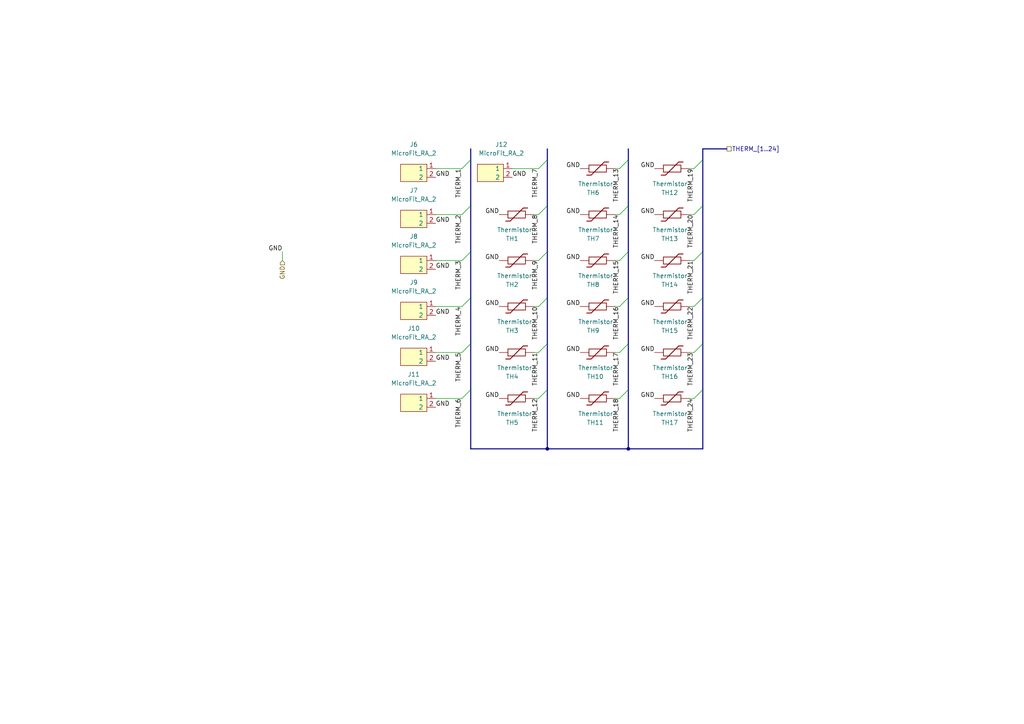
<source format=kicad_sch>
(kicad_sch (version 20230121) (generator eeschema)
  (paper "A4")
  (lib_symbols
    (symbol "MicroFit_RA_2_1" (pin_names (offset 1.016))
      (property "Reference" "J" (at -2.54 1.27 0))
      (property "Value" "MicroFit_RA_2_1" (at 0 -3.81 0))
      (symbol "MicroFit_RA_2_1_1_1"
        (rectangle (start 3.81 -2.54) (end -3.81 2.54) (fill (type background)))
        (pin bidirectional line (at 6.35 1.27 180) (length 2.54) (name "1") (number "1"))
        (pin bidirectional line (at 6.35 -1.27 180) (length 2.54) (name "2") (number "2"))
      )
    )
    (symbol "MicroFit_RA_2_2" (pin_names (offset 1.016))
      (property "Reference" "J" (at -2.54 1.27 0))
      (property "Value" "MicroFit_RA_2_2" (at 0 -3.81 0))
      (symbol "MicroFit_RA_2_2_1_1"
        (rectangle (start 3.81 -2.54) (end -3.81 2.54) (fill (type background)))
        (pin bidirectional line (at 6.35 1.27 180) (length 2.54) (name "1") (number "1"))
        (pin bidirectional line (at 6.35 -1.27 180) (length 2.54) (name "2") (number "2"))
      )
    )
    (symbol "MicroFit_RA_2_3" (pin_names (offset 1.016))
      (property "Reference" "J" (at -2.54 1.27 0))
      (property "Value" "MicroFit_RA_2_3" (at 0 -3.81 0))
      (symbol "MicroFit_RA_2_3_1_1"
        (rectangle (start 3.81 -2.54) (end -3.81 2.54) (fill (type background)))
        (pin bidirectional line (at 6.35 1.27 180) (length 2.54) (name "1") (number "1"))
        (pin bidirectional line (at 6.35 -1.27 180) (length 2.54) (name "2") (number "2"))
      )
    )
    (symbol "MicroFit_RA_2_4" (pin_names (offset 1.016))
      (property "Reference" "J" (at -2.54 1.27 0))
      (property "Value" "MicroFit_RA_2_4" (at 0 -3.81 0))
      (symbol "MicroFit_RA_2_4_1_1"
        (rectangle (start 3.81 -2.54) (end -3.81 2.54) (fill (type background)))
        (pin bidirectional line (at 6.35 1.27 180) (length 2.54) (name "1") (number "1"))
        (pin bidirectional line (at 6.35 -1.27 180) (length 2.54) (name "2") (number "2"))
      )
    )
    (symbol "MicroFit_RA_2_5" (pin_names (offset 1.016))
      (property "Reference" "J" (at -2.54 1.27 0))
      (property "Value" "MicroFit_RA_2_5" (at 0 -3.81 0))
      (symbol "MicroFit_RA_2_5_1_1"
        (rectangle (start 3.81 -2.54) (end -3.81 2.54) (fill (type background)))
        (pin bidirectional line (at 6.35 1.27 180) (length 2.54) (name "1") (number "1"))
        (pin bidirectional line (at 6.35 -1.27 180) (length 2.54) (name "2") (number "2"))
      )
    )
    (symbol "MicroFit_RA_2_6" (pin_names (offset 1.016))
      (property "Reference" "J" (at -2.54 1.27 0))
      (property "Value" "MicroFit_RA_2_6" (at 0 -3.81 0))
      (symbol "MicroFit_RA_2_6_1_1"
        (rectangle (start 3.81 -2.54) (end -3.81 2.54) (fill (type background)))
        (pin bidirectional line (at 6.35 1.27 180) (length 2.54) (name "1") (number "1"))
        (pin bidirectional line (at 6.35 -1.27 180) (length 2.54) (name "2") (number "2"))
      )
    )
    (symbol "OEM:MicroFit_RA_2" (pin_names (offset 1.016))
      (property "Reference" "J" (at -2.54 1.27 0))
      (property "Value" "MicroFit_RA_2" (at 0 -3.81 0))
      (symbol "MicroFit_RA_2_1_1"
        (rectangle (start 3.81 -2.54) (end -3.81 2.54) (fill (type background)))
        (pin bidirectional line (at 6.35 1.27 180) (length 2.54) (name "1") (number "1"))
        (pin bidirectional line (at 6.35 -1.27 180) (length 2.54) (name "2") (number "2"))
      )
    )
    (symbol "OEM:Thermistor_100K" (pin_numbers hide) (pin_names (offset 0))
      (property "Reference" "TH" (at 2.54 1.27 90))
      (property "Value" "Thermistor_100K" (at -2.54 0 90))
      (symbol "Thermistor_100K_0_1"
        (rectangle (start -1.016 2.54) (end 1.016 -2.54) (stroke (width 0.2032)))
        (polyline (pts (xy -1.905 3.175) (xy -1.905 1.905) (xy 1.905 -1.905) (xy 1.905 -3.175) (xy 1.905 -3.175)) (stroke (width 0.254)))
      )
      (symbol "Thermistor_100K_1_1"
        (pin passive line (at 0 5.08 270) (length 2.54) (name "~") (number "1"))
        (pin passive line (at 0 -5.08 90) (length 2.54) (name "~") (number "2"))
      )
    )
  )
  (junction (at 158.75 130.175))
  (junction (at 182.245 130.175))
  (bus_entry (at 201.295 102.235) (size 2.54 -2.54))
  (bus_entry (at 156.21 62.23) (size 2.54 -2.54))
  (bus_entry (at 133.985 88.9) (size 2.54 -2.54))
  (bus_entry (at 156.21 48.895) (size 2.54 -2.54))
  (bus_entry (at 201.295 62.23) (size 2.54 -2.54))
  (bus_entry (at 156.21 88.9) (size 2.54 -2.54))
  (bus_entry (at 133.985 102.235) (size 2.54 -2.54))
  (bus_entry (at 133.985 75.565) (size 2.54 -2.54))
  (bus_entry (at 201.295 75.565) (size 2.54 -2.54))
  (bus_entry (at 201.295 48.895) (size 2.54 -2.54))
  (bus_entry (at 179.705 48.895) (size 2.54 -2.54))
  (bus_entry (at 133.985 48.895) (size 2.54 -2.54))
  (bus_entry (at 156.21 75.565) (size 2.54 -2.54))
  (bus_entry (at 179.705 88.9) (size 2.54 -2.54))
  (bus_entry (at 201.295 115.57) (size 2.54 -2.54))
  (bus_entry (at 179.705 75.565) (size 2.54 -2.54))
  (bus_entry (at 201.295 88.9) (size 2.54 -2.54))
  (bus_entry (at 179.705 62.23) (size 2.54 -2.54))
  (bus_entry (at 133.985 115.57) (size 2.54 -2.54))
  (bus_entry (at 133.985 62.23) (size 2.54 -2.54))
  (bus_entry (at 156.21 115.57) (size 2.54 -2.54))
  (bus_entry (at 179.705 115.57) (size 2.54 -2.54))
  (bus_entry (at 156.21 102.235) (size 2.54 -2.54))
  (bus_entry (at 179.705 102.235) (size 2.54 -2.54))
  (wire (pts (xy 201.295 115.57) (xy 200.025 115.57)))
  (bus (pts (xy 182.245 43.18) (xy 182.245 46.355)))
  (bus (pts (xy 136.525 86.36) (xy 136.525 99.695)))
  (wire (pts (xy 179.705 115.57) (xy 178.435 115.57)))
  (wire (pts (xy 179.705 88.9) (xy 178.435 88.9)))
  (wire (pts (xy 156.21 62.23) (xy 154.94 62.23)))
  (wire (pts (xy 156.21 115.57) (xy 154.94 115.57)))
  (wire (pts (xy 156.21 75.565) (xy 154.94 75.565)))
  (bus (pts (xy 182.245 59.69) (xy 182.245 73.025)))
  (wire (pts (xy 126.365 48.895) (xy 133.985 48.895)))
  (bus (pts (xy 203.835 86.36) (xy 203.835 99.695)))
  (bus (pts (xy 182.245 86.36) (xy 182.245 99.695)))
  (bus (pts (xy 182.245 130.175) (xy 203.835 130.175)))
  (wire (pts (xy 179.705 102.235) (xy 178.435 102.235)))
  (wire (pts (xy 148.59 48.895) (xy 156.21 48.895)))
  (wire (pts (xy 156.21 88.9) (xy 154.94 88.9)))
  (bus (pts (xy 136.525 130.175) (xy 158.75 130.175)))
  (bus (pts (xy 158.75 86.36) (xy 158.75 99.695)))
  (wire (pts (xy 201.295 62.23) (xy 200.025 62.23)))
  (bus (pts (xy 136.525 73.025) (xy 136.525 86.36)))
  (wire (pts (xy 126.365 62.23) (xy 133.985 62.23)))
  (bus (pts (xy 203.835 113.03) (xy 203.835 130.175)))
  (wire (pts (xy 201.295 48.895) (xy 200.025 48.895)))
  (bus (pts (xy 136.525 99.695) (xy 136.525 113.03)))
  (wire (pts (xy 126.365 115.57) (xy 133.985 115.57)))
  (bus (pts (xy 203.835 43.18) (xy 210.82 43.18)))
  (bus (pts (xy 182.245 113.03) (xy 182.245 130.175)))
  (bus (pts (xy 203.835 59.69) (xy 203.835 73.025)))
  (bus (pts (xy 203.835 99.695) (xy 203.835 113.03)))
  (bus (pts (xy 203.835 73.025) (xy 203.835 86.36)))
  (wire (pts (xy 201.295 102.235) (xy 200.025 102.235)))
  (wire (pts (xy 126.365 88.9) (xy 133.985 88.9)))
  (bus (pts (xy 158.75 130.175) (xy 182.245 130.175)))
  (bus (pts (xy 158.75 113.03) (xy 158.75 130.175)))
  (bus (pts (xy 203.835 46.355) (xy 203.835 59.69)))
  (bus (pts (xy 136.525 43.18) (xy 136.525 46.355)))
  (bus (pts (xy 203.835 43.18) (xy 203.835 46.355)))
  (bus (pts (xy 158.75 59.69) (xy 158.75 73.025)))
  (bus (pts (xy 136.525 46.355) (xy 136.525 59.69)))
  (bus (pts (xy 182.245 73.025) (xy 182.245 86.36)))
  (wire (pts (xy 179.705 75.565) (xy 178.435 75.565)))
  (wire (pts (xy 179.705 62.23) (xy 178.435 62.23)))
  (wire (pts (xy 201.295 75.565) (xy 200.025 75.565)))
  (bus (pts (xy 158.75 46.355) (xy 158.75 59.69)))
  (bus (pts (xy 158.75 43.18) (xy 158.75 46.355)))
  (bus (pts (xy 136.525 113.03) (xy 136.525 130.175)))
  (bus (pts (xy 182.245 99.695) (xy 182.245 113.03)))
  (wire (pts (xy 81.915 73.025) (xy 81.915 75.565)))
  (wire (pts (xy 126.365 102.235) (xy 133.985 102.235)))
  (wire (pts (xy 126.365 75.565) (xy 133.985 75.565)))
  (bus (pts (xy 136.525 59.69) (xy 136.525 73.025)))
  (bus (pts (xy 158.75 99.695) (xy 158.75 113.03)))
  (wire (pts (xy 201.295 88.9) (xy 200.025 88.9)))
  (bus (pts (xy 182.245 46.355) (xy 182.245 59.69)))
  (wire (pts (xy 156.21 102.235) (xy 154.94 102.235)))
  (wire (pts (xy 179.705 48.895) (xy 178.435 48.895)))
  (bus (pts (xy 158.75 73.025) (xy 158.75 86.36)))
  (label "GND" (at 189.865 75.565 180))
  (label "THERM_20" (at 201.295 62.23 270))
  (label "THERM_21" (at 201.295 75.565 270))
  (label "THERM_3" (at 133.985 75.565 270))
  (label "GND" (at 126.365 118.11 0))
  (label "THERM_19" (at 201.295 48.895 270))
  (label "GND" (at 144.78 88.9 180))
  (label "THERM_11" (at 156.21 102.235 270))
  (label "GND" (at 189.865 115.57 180))
  (label "GND" (at 168.275 88.9 180))
  (label "THERM_12" (at 156.21 115.57 270))
  (label "THERM_18" (at 179.705 115.57 270))
  (label "THERM_7" (at 156.21 48.895 270))
  (label "THERM_14" (at 179.705 62.23 270))
  (label "THERM_24" (at 201.295 115.57 270))
  (label "GND" (at 126.365 78.105 0))
  (label "GND" (at 189.865 62.23 180))
  (label "THERM_8" (at 156.21 62.23 270))
  (label "THERM_2" (at 133.985 62.23 270))
  (label "GND" (at 144.78 75.565 180))
  (label "GND" (at 168.275 62.23 180))
  (label "GND" (at 144.78 115.57 180))
  (label "THERM_1" (at 133.985 48.895 270))
  (label "GND" (at 126.365 64.77 0))
  (label "GND" (at 126.365 104.775 0))
  (label "THERM_5" (at 133.985 102.235 270))
  (label "GND" (at 168.275 48.895 180))
  (label "GND" (at 81.915 73.025 180))
  (label "THERM_10" (at 156.21 88.9 270))
  (label "GND" (at 168.275 102.235 180))
  (label "GND" (at 168.275 115.57 180))
  (label "GND" (at 189.865 88.9 180))
  (label "THERM_9" (at 156.21 75.565 270))
  (label "THERM_22" (at 201.295 88.9 270))
  (label "GND" (at 189.865 48.895 180))
  (label "THERM_16" (at 179.705 88.9 270))
  (label "THERM_6" (at 133.985 115.57 270))
  (label "GND" (at 168.275 75.565 180))
  (label "THERM_23" (at 201.295 102.235 270))
  (label "GND" (at 126.365 91.44 0))
  (label "GND" (at 144.78 102.235 180))
  (label "GND" (at 189.865 102.235 180))
  (label "THERM_4" (at 133.985 88.9 270))
  (label "GND" (at 148.59 51.435 0))
  (label "THERM_17" (at 179.705 102.235 270))
  (label "GND" (at 126.365 51.435 0))
  (label "THERM_13" (at 179.705 48.895 270))
  (label "GND" (at 144.78 62.23 180))
  (label "THERM_15" (at 179.705 75.565 270))
  (hierarchical_label "THERM_[1..24]" (shape passive) (at 210.82 43.18 0))
  (hierarchical_label "GND" (shape input) (at 81.915 75.565 270))
  (symbol (lib_id "OEM:Thermistor_100K") (at 149.86 115.57 270) (unit 1)
    (property "Reference" "TH5" (at 146.685 122.555 90) (effects (justify left)))
    (property "Value" "Thermistor" (at 144.1451 120.015 90) (effects (justify left)))
    (property "Footprint" "OEM:R_0603" (effects hide))
    (property "Datasheet" "https://www.ohmite.com/assets/docs/res_tx.pdf?r=false" (effects hide))
    (property "MPN" "273-TX06F104F4100ERDKR-ND" (effects hide))
    (property "MFN" "Ohmite" (effects hide))
    (property "DKPN" "TX06F104F4100ER" (effects hide))
    (property "Package" "0603" (effects hide))
    (property "NewDesigns" "YES" (effects hide))
    (property "Stocked" "Digi-Reel" (effects hide))
    (property "Style" "SMD" (effects hide))
  )
  (symbol (lib_id "OEM:Thermistor_100K") (at 173.355 115.57 270) (unit 1)
    (property "Reference" "TH11" (at 170.18 122.555 90) (effects (justify left)))
    (property "Value" "Thermistor" (at 167.6401 120.015 90) (effects (justify left)))
    (property "Footprint" "OEM:R_0603" (effects hide))
    (property "Datasheet" "https://www.ohmite.com/assets/docs/res_tx.pdf?r=false" (effects hide))
    (property "MPN" "273-TX06F104F4100ERDKR-ND" (effects hide))
    (property "MFN" "Ohmite" (effects hide))
    (property "DKPN" "TX06F104F4100ER" (effects hide))
    (property "Package" "0603" (effects hide))
    (property "NewDesigns" "YES" (effects hide))
    (property "Stocked" "Digi-Reel" (effects hide))
    (property "Style" "SMD" (effects hide))
  )
  (symbol (lib_name "MicroFit_RA_2_5") (lib_id "OEM:MicroFit_RA_2") (at 120.015 76.835 0) (unit 1)
    (property "Reference" "J8" (at 120.015 68.58 0))
    (property "Value" "MicroFit_RA_2" (at 120.015 71.12 0))
    (property "Footprint" "footprints:MicroFit_RA_2" (effects hide))
    (property "Datasheet" "https://www.molex.com/pdm_docs/sd/436500201_sd.pdf" (effects hide))
    (property "MFN" "Molex" (effects hide))
    (property "MPN" "0436500201" (effects hide))
    (property "DKPN" "WM1865-ND" (effects hide))
    (property "NewDesigns" "YES" (effects hide))
    (property "Stocked" "Tray" (effects hide))
    (property "Package" "Custom" (effects hide))
    (property "Style" "THT" (effects hide))
    (property "MatesWith" "0436450200" (effects hide))
  )
  (symbol (lib_id "OEM:Thermistor_100K") (at 194.945 48.895 270) (unit 1)
    (property "Reference" "TH12" (at 191.77 55.88 90) (effects (justify left)))
    (property "Value" "Thermistor" (at 189.2301 53.34 90) (effects (justify left)))
    (property "Footprint" "OEM:R_0603" (effects hide))
    (property "Datasheet" "https://www.ohmite.com/assets/docs/res_tx.pdf?r=false" (effects hide))
    (property "MPN" "273-TX06F104F4100ERDKR-ND" (effects hide))
    (property "MFN" "Ohmite" (effects hide))
    (property "DKPN" "TX06F104F4100ER" (effects hide))
    (property "Package" "0603" (effects hide))
    (property "NewDesigns" "YES" (effects hide))
    (property "Stocked" "Digi-Reel" (effects hide))
    (property "Style" "SMD" (effects hide))
  )
  (symbol (lib_id "OEM:Thermistor_100K") (at 194.945 75.565 270) (unit 1)
    (property "Reference" "TH14" (at 191.77 82.55 90) (effects (justify left)))
    (property "Value" "Thermistor" (at 189.2301 80.01 90) (effects (justify left)))
    (property "Footprint" "OEM:R_0603" (effects hide))
    (property "Datasheet" "https://www.ohmite.com/assets/docs/res_tx.pdf?r=false" (effects hide))
    (property "MPN" "273-TX06F104F4100ERDKR-ND" (effects hide))
    (property "MFN" "Ohmite" (effects hide))
    (property "DKPN" "TX06F104F4100ER" (effects hide))
    (property "Package" "0603" (effects hide))
    (property "NewDesigns" "YES" (effects hide))
    (property "Stocked" "Digi-Reel" (effects hide))
    (property "Style" "SMD" (effects hide))
  )
  (symbol (lib_name "MicroFit_RA_2_4") (lib_id "OEM:MicroFit_RA_2") (at 120.015 50.165 0) (unit 1)
    (property "Reference" "J6" (at 120.015 41.91 0))
    (property "Value" "MicroFit_RA_2" (at 120.015 44.45 0))
    (property "Footprint" "footprints:MicroFit_RA_2" (effects hide))
    (property "Datasheet" "https://www.molex.com/pdm_docs/sd/436500201_sd.pdf" (effects hide))
    (property "MFN" "Molex" (effects hide))
    (property "MPN" "0436500201" (effects hide))
    (property "DKPN" "WM1865-ND" (effects hide))
    (property "NewDesigns" "YES" (effects hide))
    (property "Stocked" "Tray" (effects hide))
    (property "Package" "Custom" (effects hide))
    (property "Style" "THT" (effects hide))
    (property "MatesWith" "0436450200" (effects hide))
  )
  (symbol (lib_id "OEM:Thermistor_100K") (at 173.355 88.9 270) (unit 1)
    (property "Reference" "TH9" (at 170.18 95.885 90) (effects (justify left)))
    (property "Value" "Thermistor" (at 167.6401 93.345 90) (effects (justify left)))
    (property "Footprint" "OEM:R_0603" (effects hide))
    (property "Datasheet" "https://www.ohmite.com/assets/docs/res_tx.pdf?r=false" (effects hide))
    (property "MPN" "273-TX06F104F4100ERDKR-ND" (effects hide))
    (property "MFN" "Ohmite" (effects hide))
    (property "DKPN" "TX06F104F4100ER" (effects hide))
    (property "Package" "0603" (effects hide))
    (property "NewDesigns" "YES" (effects hide))
    (property "Stocked" "Digi-Reel" (effects hide))
    (property "Style" "SMD" (effects hide))
  )
  (symbol (lib_id "OEM:Thermistor_100K") (at 173.355 102.235 270) (unit 1)
    (property "Reference" "TH10" (at 170.18 109.22 90) (effects (justify left)))
    (property "Value" "Thermistor" (at 167.6401 106.68 90) (effects (justify left)))
    (property "Footprint" "OEM:R_0603" (effects hide))
    (property "Datasheet" "https://www.ohmite.com/assets/docs/res_tx.pdf?r=false" (effects hide))
    (property "MPN" "273-TX06F104F4100ERDKR-ND" (effects hide))
    (property "MFN" "Ohmite" (effects hide))
    (property "DKPN" "TX06F104F4100ER" (effects hide))
    (property "Package" "0603" (effects hide))
    (property "NewDesigns" "YES" (effects hide))
    (property "Stocked" "Digi-Reel" (effects hide))
    (property "Style" "SMD" (effects hide))
  )
  (symbol (lib_name "MicroFit_RA_2_1") (lib_id "OEM:MicroFit_RA_2") (at 120.015 116.84 0) (unit 1)
    (property "Reference" "J11" (at 120.015 108.585 0))
    (property "Value" "MicroFit_RA_2" (at 120.015 111.125 0))
    (property "Footprint" "footprints:MicroFit_RA_2" (effects hide))
    (property "Datasheet" "https://www.molex.com/pdm_docs/sd/436500201_sd.pdf" (effects hide))
    (property "MFN" "Molex" (effects hide))
    (property "MPN" "0436500201" (effects hide))
    (property "DKPN" "WM1865-ND" (effects hide))
    (property "NewDesigns" "YES" (effects hide))
    (property "Stocked" "Tray" (effects hide))
    (property "Package" "Custom" (effects hide))
    (property "Style" "THT" (effects hide))
    (property "MatesWith" "0436450200" (effects hide))
  )
  (symbol (lib_name "MicroFit_RA_2_3") (lib_id "OEM:MicroFit_RA_2") (at 120.015 90.17 0) (unit 1)
    (property "Reference" "J9" (at 120.015 81.915 0))
    (property "Value" "MicroFit_RA_2" (at 120.015 84.455 0))
    (property "Footprint" "footprints:MicroFit_RA_2" (effects hide))
    (property "Datasheet" "https://www.molex.com/pdm_docs/sd/436500201_sd.pdf" (effects hide))
    (property "MFN" "Molex" (effects hide))
    (property "MPN" "0436500201" (effects hide))
    (property "DKPN" "WM1865-ND" (effects hide))
    (property "NewDesigns" "YES" (effects hide))
    (property "Stocked" "Tray" (effects hide))
    (property "Package" "Custom" (effects hide))
    (property "Style" "THT" (effects hide))
    (property "MatesWith" "0436450200" (effects hide))
  )
  (symbol (lib_id "OEM:Thermistor_100K") (at 194.945 62.23 270) (unit 1)
    (property "Reference" "TH13" (at 191.77 69.215 90) (effects (justify left)))
    (property "Value" "Thermistor" (at 189.2301 66.675 90) (effects (justify left)))
    (property "Footprint" "OEM:R_0603" (effects hide))
    (property "Datasheet" "https://www.ohmite.com/assets/docs/res_tx.pdf?r=false" (effects hide))
    (property "MPN" "273-TX06F104F4100ERDKR-ND" (effects hide))
    (property "MFN" "Ohmite" (effects hide))
    (property "DKPN" "TX06F104F4100ER" (effects hide))
    (property "Package" "0603" (effects hide))
    (property "NewDesigns" "YES" (effects hide))
    (property "Stocked" "Digi-Reel" (effects hide))
    (property "Style" "SMD" (effects hide))
  )
  (symbol (lib_id "OEM:Thermistor_100K") (at 194.945 88.9 270) (unit 1)
    (property "Reference" "TH15" (at 191.77 95.885 90) (effects (justify left)))
    (property "Value" "Thermistor" (at 189.2301 93.345 90) (effects (justify left)))
    (property "Footprint" "OEM:R_0603" (effects hide))
    (property "Datasheet" "https://www.ohmite.com/assets/docs/res_tx.pdf?r=false" (effects hide))
    (property "MPN" "273-TX06F104F4100ERDKR-ND" (effects hide))
    (property "MFN" "Ohmite" (effects hide))
    (property "DKPN" "TX06F104F4100ER" (effects hide))
    (property "Package" "0603" (effects hide))
    (property "NewDesigns" "YES" (effects hide))
    (property "Stocked" "Digi-Reel" (effects hide))
    (property "Style" "SMD" (effects hide))
  )
  (symbol (lib_id "OEM:Thermistor_100K") (at 173.355 62.23 270) (unit 1)
    (property "Reference" "TH7" (at 170.18 69.215 90) (effects (justify left)))
    (property "Value" "Thermistor" (at 167.6401 66.675 90) (effects (justify left)))
    (property "Footprint" "OEM:R_0603" (effects hide))
    (property "Datasheet" "https://www.ohmite.com/assets/docs/res_tx.pdf?r=false" (effects hide))
    (property "MPN" "273-TX06F104F4100ERDKR-ND" (effects hide))
    (property "MFN" "Ohmite" (effects hide))
    (property "DKPN" "TX06F104F4100ER" (effects hide))
    (property "Package" "0603" (effects hide))
    (property "NewDesigns" "YES" (effects hide))
    (property "Stocked" "Digi-Reel" (effects hide))
    (property "Style" "SMD" (effects hide))
  )
  (symbol (lib_id "OEM:MicroFit_RA_2") (at 142.24 50.165 0) (unit 1)
    (property "Reference" "J12" (at 145.415 41.91 0))
    (property "Value" "MicroFit_RA_2" (at 145.415 44.45 0))
    (property "Footprint" "footprints:MicroFit_RA_2" (effects hide))
    (property "Datasheet" "https://www.molex.com/pdm_docs/sd/436500201_sd.pdf" (effects hide))
    (property "MFN" "Molex" (effects hide))
    (property "MPN" "0436500201" (effects hide))
    (property "DKPN" "WM1865-ND" (effects hide))
    (property "NewDesigns" "YES" (effects hide))
    (property "Stocked" "Tray" (effects hide))
    (property "Package" "Custom" (effects hide))
    (property "Style" "THT" (effects hide))
    (property "MatesWith" "0436450200" (effects hide))
  )
  (symbol (lib_id "OEM:Thermistor_100K") (at 173.355 48.895 270) (unit 1)
    (property "Reference" "TH6" (at 170.18 55.88 90) (effects (justify left)))
    (property "Value" "Thermistor" (at 167.6401 53.34 90) (effects (justify left)))
    (property "Footprint" "OEM:R_0603" (effects hide))
    (property "Datasheet" "https://www.ohmite.com/assets/docs/res_tx.pdf?r=false" (effects hide))
    (property "MPN" "273-TX06F104F4100ERDKR-ND" (effects hide))
    (property "MFN" "Ohmite" (effects hide))
    (property "DKPN" "TX06F104F4100ER" (effects hide))
    (property "Package" "0603" (effects hide))
    (property "NewDesigns" "YES" (effects hide))
    (property "Stocked" "Digi-Reel" (effects hide))
    (property "Style" "SMD" (effects hide))
  )
  (symbol (lib_id "OEM:Thermistor_100K") (at 149.86 102.235 270) (unit 1)
    (property "Reference" "TH4" (at 146.685 109.22 90) (effects (justify left)))
    (property "Value" "Thermistor" (at 144.1451 106.68 90) (effects (justify left)))
    (property "Footprint" "OEM:R_0603" (effects hide))
    (property "Datasheet" "https://www.ohmite.com/assets/docs/res_tx.pdf?r=false" (effects hide))
    (property "MPN" "273-TX06F104F4100ERDKR-ND" (effects hide))
    (property "MFN" "Ohmite" (effects hide))
    (property "DKPN" "TX06F104F4100ER" (effects hide))
    (property "Package" "0603" (effects hide))
    (property "NewDesigns" "YES" (effects hide))
    (property "Stocked" "Digi-Reel" (effects hide))
    (property "Style" "SMD" (effects hide))
  )
  (symbol (lib_id "OEM:Thermistor_100K") (at 173.355 75.565 270) (unit 1)
    (property "Reference" "TH8" (at 170.18 82.55 90) (effects (justify left)))
    (property "Value" "Thermistor" (at 167.6401 80.01 90) (effects (justify left)))
    (property "Footprint" "OEM:R_0603" (effects hide))
    (property "Datasheet" "https://www.ohmite.com/assets/docs/res_tx.pdf?r=false" (effects hide))
    (property "MPN" "273-TX06F104F4100ERDKR-ND" (effects hide))
    (property "MFN" "Ohmite" (effects hide))
    (property "DKPN" "TX06F104F4100ER" (effects hide))
    (property "Package" "0603" (effects hide))
    (property "NewDesigns" "YES" (effects hide))
    (property "Stocked" "Digi-Reel" (effects hide))
    (property "Style" "SMD" (effects hide))
  )
  (symbol (lib_id "OEM:Thermistor_100K") (at 149.86 88.9 270) (unit 1)
    (property "Reference" "TH3" (at 146.685 95.885 90) (effects (justify left)))
    (property "Value" "Thermistor" (at 144.1451 93.345 90) (effects (justify left)))
    (property "Footprint" "OEM:R_0603" (effects hide))
    (property "Datasheet" "https://www.ohmite.com/assets/docs/res_tx.pdf?r=false" (effects hide))
    (property "MPN" "273-TX06F104F4100ERDKR-ND" (effects hide))
    (property "MFN" "Ohmite" (effects hide))
    (property "DKPN" "TX06F104F4100ER" (effects hide))
    (property "Package" "0603" (effects hide))
    (property "NewDesigns" "YES" (effects hide))
    (property "Stocked" "Digi-Reel" (effects hide))
    (property "Style" "SMD" (effects hide))
  )
  (symbol (lib_id "OEM:Thermistor_100K") (at 194.945 115.57 270) (unit 1)
    (property "Reference" "TH17" (at 191.77 122.555 90) (effects (justify left)))
    (property "Value" "Thermistor" (at 189.2301 120.015 90) (effects (justify left)))
    (property "Footprint" "OEM:R_0603" (effects hide))
    (property "Datasheet" "https://www.ohmite.com/assets/docs/res_tx.pdf?r=false" (effects hide))
    (property "MPN" "273-TX06F104F4100ERDKR-ND" (effects hide))
    (property "MFN" "Ohmite" (effects hide))
    (property "DKPN" "TX06F104F4100ER" (effects hide))
    (property "Package" "0603" (effects hide))
    (property "NewDesigns" "YES" (effects hide))
    (property "Stocked" "Digi-Reel" (effects hide))
    (property "Style" "SMD" (effects hide))
  )
  (symbol (lib_id "OEM:Thermistor_100K") (at 149.86 75.565 270) (unit 1)
    (property "Reference" "TH2" (at 146.685 82.55 90) (effects (justify left)))
    (property "Value" "Thermistor" (at 144.1451 80.01 90) (effects (justify left)))
    (property "Footprint" "OEM:R_0603" (effects hide))
    (property "Datasheet" "https://www.ohmite.com/assets/docs/res_tx.pdf?r=false" (effects hide))
    (property "MPN" "273-TX06F104F4100ERDKR-ND" (effects hide))
    (property "MFN" "Ohmite" (effects hide))
    (property "DKPN" "TX06F104F4100ER" (effects hide))
    (property "Package" "0603" (effects hide))
    (property "NewDesigns" "YES" (effects hide))
    (property "Stocked" "Digi-Reel" (effects hide))
    (property "Style" "SMD" (effects hide))
  )
  (symbol (lib_id "OEM:Thermistor_100K") (at 149.86 62.23 270) (unit 1)
    (property "Reference" "TH1" (at 146.685 69.215 90) (effects (justify left)))
    (property "Value" "Thermistor" (at 144.1451 66.675 90) (effects (justify left)))
    (property "Footprint" "OEM:R_0603" (effects hide))
    (property "Datasheet" "https://www.ohmite.com/assets/docs/res_tx.pdf?r=false" (effects hide))
    (property "MPN" "273-TX06F104F4100ERDKR-ND" (effects hide))
    (property "MFN" "Ohmite" (effects hide))
    (property "DKPN" "TX06F104F4100ER" (effects hide))
    (property "Package" "0603" (effects hide))
    (property "NewDesigns" "YES" (effects hide))
    (property "Stocked" "Digi-Reel" (effects hide))
    (property "Style" "SMD" (effects hide))
  )
  (symbol (lib_name "MicroFit_RA_2_2") (lib_id "OEM:MicroFit_RA_2") (at 120.015 103.505 0) (unit 1)
    (property "Reference" "J10" (at 120.015 95.25 0))
    (property "Value" "MicroFit_RA_2" (at 120.015 97.79 0))
    (property "Footprint" "footprints:MicroFit_RA_2" (effects hide))
    (property "Datasheet" "https://www.molex.com/pdm_docs/sd/436500201_sd.pdf" (effects hide))
    (property "MFN" "Molex" (effects hide))
    (property "MPN" "0436500201" (effects hide))
    (property "DKPN" "WM1865-ND" (effects hide))
    (property "NewDesigns" "YES" (effects hide))
    (property "Stocked" "Tray" (effects hide))
    (property "Package" "Custom" (effects hide))
    (property "Style" "THT" (effects hide))
    (property "MatesWith" "0436450200" (effects hide))
  )
  (symbol (lib_id "OEM:Thermistor_100K") (at 194.945 102.235 270) (unit 1)
    (property "Reference" "TH16" (at 191.77 109.22 90) (effects (justify left)))
    (property "Value" "Thermistor" (at 189.2301 106.68 90) (effects (justify left)))
    (property "Footprint" "OEM:R_0603" (effects hide))
    (property "Datasheet" "https://www.ohmite.com/assets/docs/res_tx.pdf?r=false" (effects hide))
    (property "MPN" "273-TX06F104F4100ERDKR-ND" (effects hide))
    (property "MFN" "Ohmite" (effects hide))
    (property "DKPN" "TX06F104F4100ER" (effects hide))
    (property "Package" "0603" (effects hide))
    (property "NewDesigns" "YES" (effects hide))
    (property "Stocked" "Digi-Reel" (effects hide))
    (property "Style" "SMD" (effects hide))
  )
  (symbol (lib_name "MicroFit_RA_2_6") (lib_id "OEM:MicroFit_RA_2") (at 120.015 63.5 0) (unit 1)
    (property "Reference" "J7" (at 120.015 55.245 0))
    (property "Value" "MicroFit_RA_2" (at 120.015 57.785 0))
    (property "Footprint" "footprints:MicroFit_RA_2" (effects hide))
    (property "Datasheet" "https://www.molex.com/pdm_docs/sd/436500201_sd.pdf" (effects hide))
    (property "MFN" "Molex" (effects hide))
    (property "MPN" "0436500201" (effects hide))
    (property "DKPN" "WM1865-ND" (effects hide))
    (property "NewDesigns" "YES" (effects hide))
    (property "Stocked" "Tray" (effects hide))
    (property "Package" "Custom" (effects hide))
    (property "Style" "THT" (effects hide))
    (property "MatesWith" "0436450200" (effects hide))
  )
)
</source>
